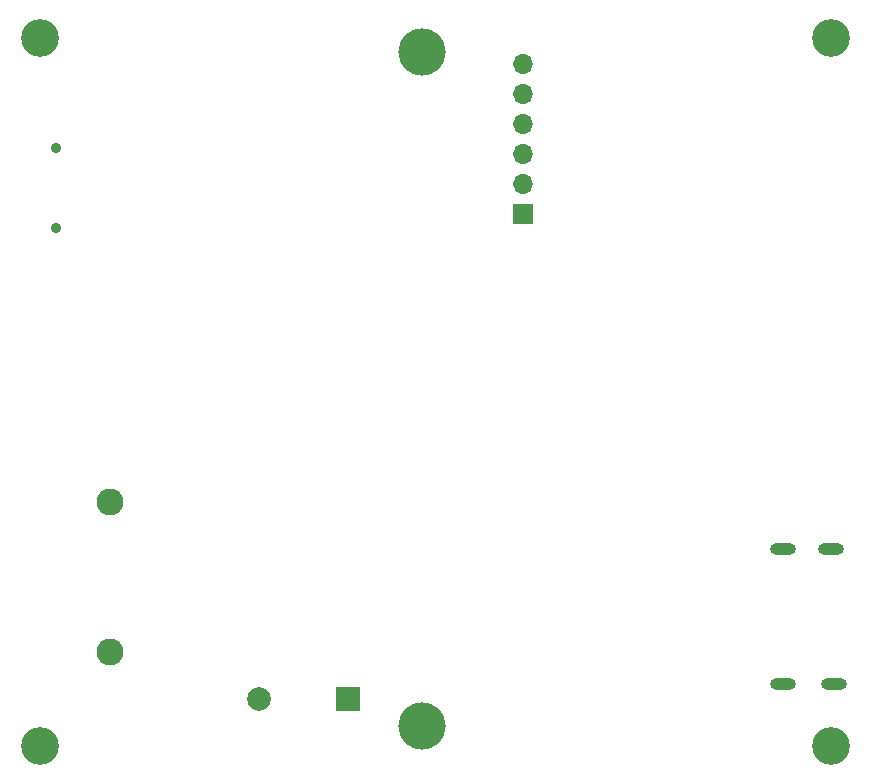
<source format=gbs>
%TF.GenerationSoftware,KiCad,Pcbnew,(6.0.6)*%
%TF.CreationDate,2022-12-01T22:03:14+01:00*%
%TF.ProjectId,Arbolito,4172626f-6c69-4746-9f2e-6b696361645f,rev?*%
%TF.SameCoordinates,Original*%
%TF.FileFunction,Soldermask,Bot*%
%TF.FilePolarity,Negative*%
%FSLAX46Y46*%
G04 Gerber Fmt 4.6, Leading zero omitted, Abs format (unit mm)*
G04 Created by KiCad (PCBNEW (6.0.6)) date 2022-12-01 22:03:14*
%MOMM*%
%LPD*%
G01*
G04 APERTURE LIST*
%ADD10C,3.200000*%
%ADD11C,0.900000*%
%ADD12O,2.200000X1.000000*%
%ADD13R,2.000000X2.000000*%
%ADD14C,2.000000*%
%ADD15R,1.700000X1.700000*%
%ADD16O,1.700000X1.700000*%
%ADD17C,2.286000*%
%ADD18C,4.000000*%
G04 APERTURE END LIST*
D10*
%TO.C,H3*%
X175000000Y-125000000D03*
%TD*%
D11*
%TO.C,SW1*%
X109400000Y-74300000D03*
X109400000Y-81100000D03*
%TD*%
D10*
%TO.C,H2*%
X175000000Y-65000000D03*
%TD*%
D12*
%TO.C,P1*%
X175032000Y-108275019D03*
X170964308Y-108285000D03*
X170964308Y-119732365D03*
X175240000Y-119715000D03*
%TD*%
D10*
%TO.C,H4*%
X108000000Y-65000000D03*
%TD*%
D13*
%TO.C,BZ1*%
X134150000Y-121000000D03*
D14*
X126550000Y-121000000D03*
%TD*%
D15*
%TO.C,J2*%
X148900000Y-79900000D03*
D16*
X148900000Y-77360000D03*
X148900000Y-74820000D03*
X148900000Y-72280000D03*
X148900000Y-69740000D03*
X148900000Y-67200000D03*
%TD*%
D10*
%TO.C,H1*%
X108000000Y-125000000D03*
%TD*%
D17*
%TO.C,J1*%
X114000000Y-104300000D03*
X114000000Y-117000000D03*
D18*
X140400000Y-123300000D03*
X140400000Y-66200000D03*
%TD*%
M02*

</source>
